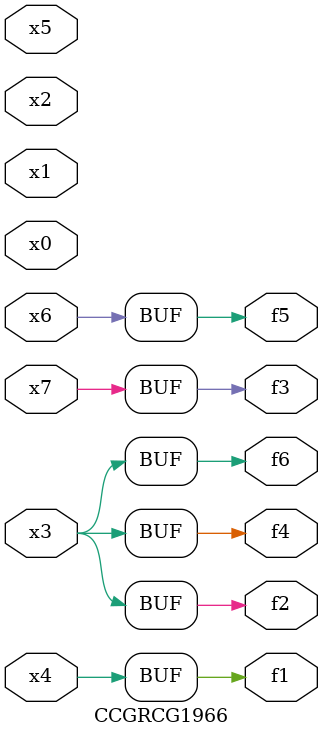
<source format=v>
module CCGRCG1966(
	input x0, x1, x2, x3, x4, x5, x6, x7,
	output f1, f2, f3, f4, f5, f6
);
	assign f1 = x4;
	assign f2 = x3;
	assign f3 = x7;
	assign f4 = x3;
	assign f5 = x6;
	assign f6 = x3;
endmodule

</source>
